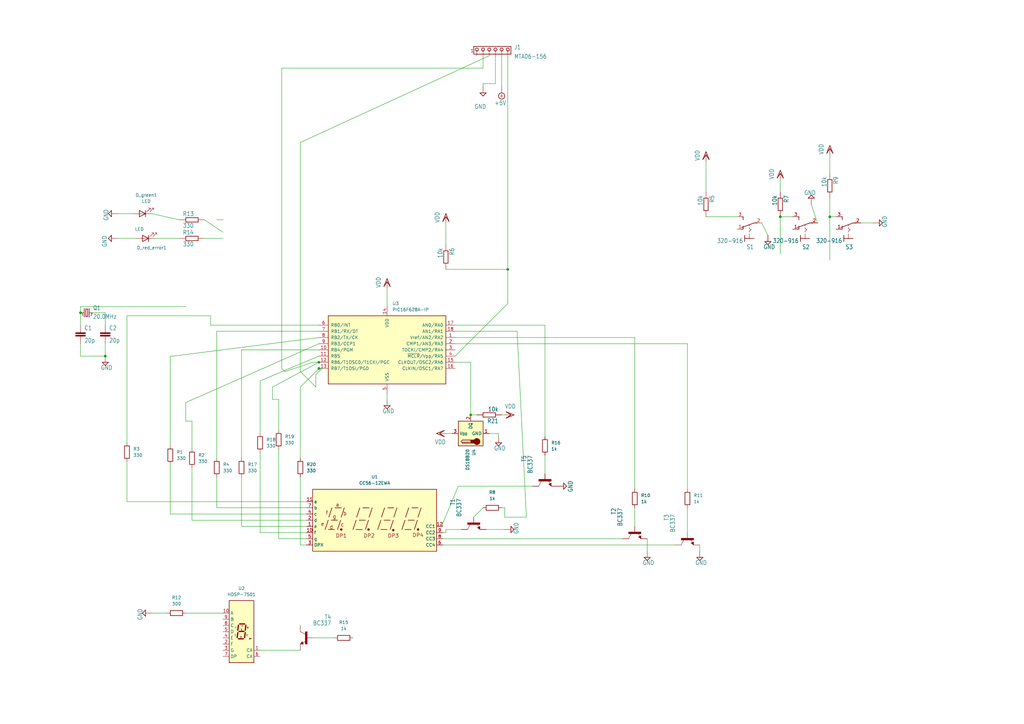
<source format=kicad_sch>
(kicad_sch (version 20250114) (generator "eeschema") (generator_version "9.0")
  (paper "A3")
  (lib_symbols
    (symbol "Device:LED" (pin_numbers (hide yes)) (pin_names (offset 1.016) (hide yes))
      (property "Reference" "D" (at 0 2.54 0))
      (property "Value" "LED" (at 0 -2.54 0))
      (symbol "LED_0_1"
        (polyline (pts (xy -3.048 -0.762) (xy -4.572 -2.286) (xy -3.81 -2.286) (xy -4.572 -2.286) (xy -4.572 -1.524)))
        (polyline (pts (xy -1.778 -0.762) (xy -3.302 -2.286) (xy -2.54 -2.286) (xy -3.302 -2.286) (xy -3.302 -1.524)))
        (polyline (pts (xy -1.27 0) (xy 1.27 0)))
        (polyline (pts (xy -1.27 -1.27) (xy -1.27 1.27)) (stroke (width 0.254)))
        (polyline (pts (xy 1.27 -1.27) (xy 1.27 1.27) (xy -1.27 0) (xy 1.27 -1.27)) (stroke (width 0.254)))
      )
      (symbol "LED_1_1"
        (pin passive line (at -3.81 0 0) (length 2.54) (name "K") (number "1"))
        (pin passive line (at 3.81 0 180) (length 2.54) (name "A") (number "2"))
      )
    )
    (symbol "Device:R" (pin_numbers (hide yes)) (pin_names (offset 0))
      (property "Reference" "R" (at 2.032 0 90))
      (property "Value" "R" (at 0 0 90))
      (symbol "R_0_1"
        (rectangle (start -1.016 -2.54) (end 1.016 2.54) (stroke (width 0.254)))
      )
      (symbol "R_1_1"
        (pin passive line (at 0 3.81 270) (length 1.27) (name "~") (number "1"))
        (pin passive line (at 0 -3.81 90) (length 1.27) (name "~") (number "2"))
      )
    )
    (symbol "Display_Character:CC56-12EWA"
      (property "Reference" "U" (at -24.13 13.97 0))
      (property "Value" "CC56-12EWA" (at 19.05 13.97 0))
      (symbol "CC56-12EWA_0_0"
        (rectangle (start -25.4 12.7) (end 25.4 -12.7) (stroke (width 0.254)) (fill (type background)))
        (polyline (pts (xy -20.32 -3.81) (xy -19.05 0)) (stroke (width 0.254)))
        (polyline (pts (xy -19.05 -3.81) (xy -16.51 -3.81)) (stroke (width 0.254)))
        (polyline (pts (xy -18.796 1.27) (xy -17.526 5.08)) (stroke (width 0.254)))
        (polyline (pts (xy -17.78 0) (xy -15.24 0)) (stroke (width 0.254)))
        (polyline (pts (xy -16.256 5.08) (xy -13.716 5.08)) (stroke (width 0.254)))
        (polyline (pts (xy -15.24 -3.81) (xy -13.97 0)) (stroke (width 0.254)))
        (polyline (pts (xy -13.716 1.27) (xy -12.446 5.08)) (stroke (width 0.254)))
        (polyline (pts (xy -8.89 -3.81) (xy -7.62 0)) (stroke (width 0.254)))
        (polyline (pts (xy -7.62 -3.81) (xy -5.08 -3.81)) (stroke (width 0.254)))
        (polyline (pts (xy -7.366 1.27) (xy -6.096 5.08)) (stroke (width 0.254)))
        (polyline (pts (xy -6.35 0) (xy -3.81 0)) (stroke (width 0.254)))
        (polyline (pts (xy -4.826 5.08) (xy -2.286 5.08)) (stroke (width 0.254)))
        (polyline (pts (xy -3.81 -3.81) (xy -2.54 0)) (stroke (width 0.254)))
        (polyline (pts (xy -2.286 1.27) (xy -1.016 5.08)) (stroke (width 0.254)))
        (polyline (pts (xy 1.27 -3.81) (xy 2.54 0)) (stroke (width 0.254)))
        (polyline (pts (xy 2.54 -3.81) (xy 5.08 -3.81)) (stroke (width 0.254)))
        (polyline (pts (xy 2.794 1.27) (xy 4.064 5.08)) (stroke (width 0.254)))
        (polyline (pts (xy 3.81 0) (xy 6.35 0)) (stroke (width 0.254)))
        (polyline (pts (xy 5.334 5.08) (xy 7.874 5.08)) (stroke (width 0.254)))
        (polyline (pts (xy 6.35 -3.81) (xy 7.62 0)) (stroke (width 0.254)))
        (polyline (pts (xy 7.874 1.27) (xy 9.144 5.08)) (stroke (width 0.254)))
        (polyline (pts (xy 11.176 -3.81) (xy 12.446 0)) (stroke (width 0.254)))
        (polyline (pts (xy 12.446 -3.81) (xy 14.986 -3.81)) (stroke (width 0.254)))
        (polyline (pts (xy 12.7 1.27) (xy 13.97 5.08)) (stroke (width 0.254)))
        (polyline (pts (xy 13.716 0) (xy 16.256 0)) (stroke (width 0.254)))
        (polyline (pts (xy 15.24 5.08) (xy 17.78 5.08)) (stroke (width 0.254)))
        (polyline (pts (xy 16.256 -3.81) (xy 17.526 0)) (stroke (width 0.254)))
        (polyline (pts (xy 17.78 1.27) (xy 19.05 5.08)) (stroke (width 0.254)))
        (text "e" (at -21.336 -1.524 0) (effects (font (size 1.524 1.524))))
        (text "f" (at -19.558 3.048 0) (effects (font (size 1.524 1.524))))
        (text "d" (at -17.78 -2.794 0) (effects (font (size 1.524 1.524))))
        (text "g" (at -16.51 1.524 0) (effects (font (size 1.524 1.524))))
        (text "a" (at -15.24 6.35 0) (effects (font (size 1.524 1.524))))
        (text "DP1" (at -13.716 -6.35 0) (effects (font (size 1.524 1.524))))
        (text "c" (at -13.208 -1.778 0) (effects (font (size 1.524 1.524))))
        (text "b" (at -12.192 2.794 0) (effects (font (size 1.524 1.524))))
        (text "DP2" (at -2.286 -6.35 0) (effects (font (size 1.524 1.524))))
        (text "DP3" (at 7.62 -6.35 0) (effects (font (size 1.524 1.524))))
        (text "DP4" (at 17.78 -6.096 0) (effects (font (size 1.524 1.524))))
      )
      (symbol "CC56-12EWA_0_1"
        (circle (center -13.716 -3.81) (radius 0.3556) (stroke (width 0.254)) (fill (type outline)))
        (circle (center -2.54 -3.81) (radius 0.3556) (stroke (width 0.254)) (fill (type outline)))
      )
      (symbol "CC56-12EWA_1_0"
        (circle (center 7.62 -4.064) (radius 0.3556) (stroke (width 0.254)) (fill (type outline)))
        (circle (center 17.78 -3.81) (radius 0.3556) (stroke (width 0.254)) (fill (type outline)))
      )
      (symbol "CC56-12EWA_1_1"
        (pin input line (at -27.94 7.62 0) (length 2.54) (name "a") (number "11"))
        (pin input line (at -27.94 5.08 0) (length 2.54) (name "b") (number "7"))
        (pin input line (at -27.94 2.54 0) (length 2.54) (name "c") (number "4"))
        (pin input line (at -27.94 0 0) (length 2.54) (name "d") (number "2"))
        (pin input line (at -27.94 -2.54 0) (length 2.54) (name "e") (number "1"))
        (pin input line (at -27.94 -5.08 0) (length 2.54) (name "f") (number "10"))
        (pin input line (at -27.94 -7.62 0) (length 2.54) (name "g") (number "5"))
        (pin input line (at -27.94 -10.16 0) (length 2.54) (name "DPX") (number "3"))
        (pin input line (at 27.94 -2.54 180) (length 2.54) (name "CC1") (number "12"))
        (pin input line (at 27.94 -5.08 180) (length 2.54) (name "CC2") (number "9"))
        (pin input line (at 27.94 -7.62 180) (length 2.54) (name "CC3") (number "8"))
        (pin input line (at 27.94 -10.16 180) (length 2.54) (name "CC4") (number "6"))
      )
    )
    (symbol "Display_Character:HDSP-7501"
      (property "Reference" "U" (at -3.81 13.97 0))
      (property "Value" "HDSP-7501" (at 6.35 13.97 0))
      (symbol "HDSP-7501_1_0"
        (text "E" (at -2.54 -1.397 0) (effects (font (size 0.508 0.508))))
        (text "F" (at -2.286 1.651 0) (effects (font (size 0.508 0.508))))
        (text "D" (at -0.254 -2.159 0) (effects (font (size 0.508 0.508))))
        (text "G" (at 0 0.889 0) (effects (font (size 0.508 0.508))))
        (text "A" (at 0.254 2.413 0) (effects (font (size 0.508 0.508))))
        (text "C" (at 2.286 -1.397 0) (effects (font (size 0.508 0.508))))
        (text "B" (at 2.54 1.651 0) (effects (font (size 0.508 0.508))))
        (text "DP" (at 3.556 -2.921 0) (effects (font (size 0.508 0.508))))
      )
      (symbol "HDSP-7501_1_1"
        (rectangle (start -5.08 12.7) (end 5.08 -12.7) (stroke (width 0.254)) (fill (type background)))
        (polyline (pts (xy -1.524 -0.381) (xy -1.778 -2.413)) (stroke (width 0.508)))
        (polyline (pts (xy -1.27 2.667) (xy -1.524 0.635)) (stroke (width 0.508)))
        (polyline (pts (xy -1.27 -2.921) (xy 0.762 -2.921)) (stroke (width 0.508)))
        (polyline (pts (xy -1.016 0.127) (xy 1.016 0.127)) (stroke (width 0.508)))
        (polyline (pts (xy -0.762 3.175) (xy 1.27 3.175)) (stroke (width 0.508)))
        (polyline (pts (xy 1.524 -0.381) (xy 1.27 -2.413)) (stroke (width 0.508)))
        (polyline (pts (xy 1.778 2.667) (xy 1.524 0.635)) (stroke (width 0.508)))
        (polyline (pts (xy 2.54 -2.921) (xy 2.54 -2.921)) (stroke (width 0.508)))
        (pin input line (at -7.62 7.62 0) (length 2.54) (name "A") (number "10"))
        (pin input line (at -7.62 5.08 0) (length 2.54) (name "B") (number "9"))
        (pin input line (at -7.62 2.54 0) (length 2.54) (name "C") (number "8"))
        (pin input line (at -7.62 0 0) (length 2.54) (name "D") (number "5"))
        (pin input line (at -7.62 -2.54 0) (length 2.54) (name "E") (number "4"))
        (pin input line (at -7.62 -5.08 0) (length 2.54) (name "F") (number "2"))
        (pin input line (at -7.62 -7.62 0) (length 2.54) (name "G") (number "3"))
        (pin input line (at -7.62 -10.16 0) (length 2.54) (name "DP") (number "7"))
        (pin input line (at 7.62 -7.62 180) (length 2.54) (name "CA") (number "1"))
        (pin input line (at 7.62 -10.16 180) (length 2.54) (name "CA") (number "6"))
      )
    )
    (symbol "MCU_Microchip_PIC16:PIC16F628A-IP" (pin_names (offset 1.016))
      (property "Reference" "U" (at -24.13 17.78 0))
      (property "Value" "PIC16F628A-IP" (at -24.13 15.24 0))
      (symbol "PIC16F628A-IP_0_1"
        (rectangle (start 24.13 13.97) (end -24.13 -13.97) (stroke (width 0.254)) (fill (type background)))
      )
      (symbol "PIC16F628A-IP_1_1"
        (pin bidirectional line (at -27.94 10.16 0) (length 3.81) (name "RB0/INT") (number "6"))
        (pin bidirectional line (at -27.94 7.62 0) (length 3.81) (name "RB1/RX/DT") (number "7"))
        (pin bidirectional line (at -27.94 5.08 0) (length 3.81) (name "RB2/TX/CK") (number "8"))
        (pin bidirectional line (at -27.94 2.54 0) (length 3.81) (name "RB3/CCP1") (number "9"))
        (pin bidirectional line (at -27.94 0 0) (length 3.81) (name "RB4/PGM") (number "10"))
        (pin bidirectional line (at -27.94 -2.54 0) (length 3.81) (name "RB5") (number "11"))
        (pin bidirectional line (at -27.94 -5.08 0) (length 3.81) (name "RB6/T1OSC0/T1CKI/PGC") (number "12"))
        (pin bidirectional line (at -27.94 -7.62 0) (length 3.81) (name "RB7/T1OSI/PGD") (number "13"))
        (pin power_in line (at 0 17.78 270) (length 3.81) (name "VDD") (number "14"))
        (pin power_in line (at 0 -17.78 90) (length 3.81) (name "VSS") (number "5"))
        (pin bidirectional line (at 27.94 10.16 180) (length 3.81) (name "AN0/RA0") (number "17"))
        (pin bidirectional line (at 27.94 7.62 180) (length 3.81) (name "AN1/RA1") (number "18"))
        (pin bidirectional line (at 27.94 5.08 180) (length 3.81) (name "Vref/AN2/RA2") (number "1"))
        (pin bidirectional line (at 27.94 2.54 180) (length 3.81) (name "CMP1/AN3/RA3") (number "2"))
        (pin bidirectional line (at 27.94 0 180) (length 3.81) (name "TOCKI/CMP2/RA4") (number "3"))
        (pin input line (at 27.94 -2.54 180) (length 3.81) (name "~{MCLR}/Vpp/RA5") (number "4"))
        (pin bidirectional line (at 27.94 -5.08 180) (length 3.81) (name "CLKOUT/OSC2/RA6") (number "15"))
        (pin bidirectional line (at 27.94 -7.62 180) (length 3.81) (name "CLKIN/OSC1/RA7") (number "16"))
      )
    )
    (symbol "Sensor_Temperature:DS18B20"
      (property "Reference" "U" (at -3.81 6.35 0))
      (property "Value" "DS18B20" (at 6.35 6.35 0))
      (symbol "DS18B20_0_1"
        (rectangle (start -5.08 5.08) (end 5.08 -5.08) (stroke (width 0.254)) (fill (type background)))
        (polyline (pts (xy -3.937 3.175) (xy -3.937 0)) (stroke (width 0.254)))
        (polyline (pts (xy -3.937 3.175) (xy -3.302 3.175)) (stroke (width 0.254)))
        (polyline (pts (xy -3.937 2.54) (xy -3.302 2.54)) (stroke (width 0.254)))
        (polyline (pts (xy -3.937 1.905) (xy -3.302 1.905)) (stroke (width 0.254)))
        (polyline (pts (xy -3.937 1.27) (xy -3.302 1.27)) (stroke (width 0.254)))
        (polyline (pts (xy -3.937 0.635) (xy -3.302 0.635)) (stroke (width 0.254)))
        (arc (start -3.937 3.175) (mid -3.302 3.8073) (end -2.667 3.175) (stroke (width 0.254)))
        (circle (center -3.302 -2.54) (radius 1.27) (stroke (width 0.254)) (fill (type outline)))
        (polyline (pts (xy -2.667 3.175) (xy -2.667 0)) (stroke (width 0.254)))
        (rectangle (start -2.667 -1.905) (end -3.937 0) (stroke (width 0.254)) (fill (type outline)))
      )
      (symbol "DS18B20_1_1"
        (pin power_in line (at 0 7.62 270) (length 2.54) (name "V_{DD}") (number "3"))
        (pin power_in line (at 0 -7.62 90) (length 2.54) (name "GND") (number "1"))
        (pin bidirectional line (at 7.62 0 180) (length 2.54) (name "DQ") (number "2"))
      )
    )
    (symbol "schemat_regulatora-eagle-import:+5V" (power)
      (property "Value" "+5V" (at -1.905 3.175 0))
      (symbol "+5V_1_0"
        (polyline (pts (xy -0.635 1.27) (xy 0.635 1.27)) (stroke (width 0.1524)))
        (circle (center 0 1.27) (radius 1.27) (stroke (width 0.254)))
        (polyline (pts (xy 0 0.635) (xy 0 1.905)) (stroke (width 0.1524)))
        (pin power_in line (at 0 -2.54 90) (length 2.54) (name "+5V") (number "1"))
      )
    )
    (symbol "schemat_regulatora-eagle-import:320-916"
      (property "Reference" "S" (at -6.35 -1.905 90))
      (property "Value" "320-916" (at -3.81 2.54 90))
      (symbol "320-916_1_0"
        (polyline (pts (xy -5.08 1.905) (xy -3.81 1.905)) (stroke (width 0.254)))
        (polyline (pts (xy -3.81 1.905) (xy -3.81 0)) (stroke (width 0.254)))
        (polyline (pts (xy -3.81 1.905) (xy -2.54 1.905)) (stroke (width 0.254)))
        (polyline (pts (xy -3.81 0) (xy -3.81 -1.905)) (stroke (width 0.254)))
        (polyline (pts (xy -3.81 0) (xy -1.905 0)) (stroke (width 0.1524)))
        (polyline (pts (xy -1.27 0) (xy -0.762 0)) (stroke (width 0.1524)))
        (polyline (pts (xy -0.762 0) (xy -0.254 -0.762)) (stroke (width 0.1524)))
        (polyline (pts (xy -0.254 -0.762) (xy 0.254 0)) (stroke (width 0.1524)))
        (polyline (pts (xy 0 2.54) (xy 0 3.175)) (stroke (width 0.254)))
        (polyline (pts (xy 0 2.54) (xy 1.27 2.54)) (stroke (width 0.254)))
        (polyline (pts (xy 0.254 0) (xy 0.635 0)) (stroke (width 0.1524)))
        (polyline (pts (xy 1.27 0) (xy 1.905 0)) (stroke (width 0.1524)))
        (polyline (pts (xy 2.54 -1.905) (xy 0.635 3.175)) (stroke (width 0.254)))
        (polyline (pts (xy 2.54 -3.175) (xy 2.54 -1.905)) (stroke (width 0.254)))
        (polyline (pts (xy 3.81 2.54) (xy 5.08 2.54)) (stroke (width 0.254)))
        (polyline (pts (xy 5.08 2.54) (xy 5.08 3.175)) (stroke (width 0.254)))
        (pin passive line (at 0 5.08 270) (length 2.54) (name "O") (number "1"))
        (pin passive line (at 2.54 -5.08 90) (length 2.54) (name "P") (number "2"))
        (pin passive line (at 5.08 5.08 270) (length 2.54) (name "S") (number "3"))
      )
    )
    (symbol "schemat_regulatora-eagle-import:BC337"
      (property "Reference" "T" (at -10.16 7.62 0))
      (property "Value" "BC337" (at -10.16 5.08 0))
      (symbol "BC337_1_0"
        (rectangle (start -0.254 -2.54) (end 0.508 2.54) (fill (type outline)))
        (polyline (pts (xy 1.27 -2.54) (xy 1.778 -1.524)) (stroke (width 0.1524)))
        (polyline (pts (xy 1.524 -2.286) (xy 1.905 -2.286)) (stroke (width 0.254)))
        (polyline (pts (xy 1.524 -2.413) (xy 2.286 -2.413)) (stroke (width 0.254)))
        (polyline (pts (xy 1.54 -2.04) (xy 0.308 -1.424)) (stroke (width 0.1524)))
        (polyline (pts (xy 1.778 -1.524) (xy 2.54 -2.54)) (stroke (width 0.1524)))
        (polyline (pts (xy 1.778 -1.778) (xy 1.524 -2.286)) (stroke (width 0.254)))
        (polyline (pts (xy 1.905 -2.286) (xy 1.778 -2.032)) (stroke (width 0.254)))
        (polyline (pts (xy 2.286 -2.413) (xy 1.778 -1.778)) (stroke (width 0.254)))
        (polyline (pts (xy 2.54 2.54) (xy 0.508 1.524)) (stroke (width 0.1524)))
        (polyline (pts (xy 2.54 -2.54) (xy 1.27 -2.54)) (stroke (width 0.1524)))
        (pin passive line (at -2.54 0 0) (length 2.54) (name "B") (number "2"))
        (pin passive line (at 2.54 5.08 270) (length 2.54) (name "C") (number "3"))
        (pin passive line (at 2.54 -5.08 90) (length 2.54) (name "E") (number "1"))
      )
    )
    (symbol "schemat_regulatora-eagle-import:C5/4.5"
      (property "Reference" "C" (at 1.524 0.381 0))
      (property "Value" "C5{slash}4.5" (at 1.524 -4.699 0))
      (symbol "C5/4.5_1_0"
        (rectangle (start -2.032 -1.016) (end 2.032 -0.508) (fill (type outline)))
        (rectangle (start -2.032 -2.032) (end 2.032 -1.524) (fill (type outline)))
        (polyline (pts (xy 0 0) (xy 0 -0.508)) (stroke (width 0.1524)))
        (polyline (pts (xy 0 -2.54) (xy 0 -2.032)) (stroke (width 0.1524)))
        (pin passive line (at 0 2.54 270) (length 2.54) (name "1") (number "1"))
        (pin passive line (at 0 -5.08 90) (length 2.54) (name "2") (number "2"))
      )
    )
    (symbol "schemat_regulatora-eagle-import:CRYSTALHC49S"
      (property "Reference" "Q" (at 2.54 1.016 0))
      (property "Value" "CRYSTALHC49S" (at 2.54 -2.54 0))
      (symbol "CRYSTALHC49S_1_0"
        (polyline (pts (xy -2.54 0) (xy -1.016 0)) (stroke (width 0.1524)))
        (polyline (pts (xy -1.016 1.778) (xy -1.016 -1.778)) (stroke (width 0.254)))
        (polyline (pts (xy -0.381 1.524) (xy -0.381 -1.524)) (stroke (width 0.254)))
        (polyline (pts (xy -0.381 -1.524) (xy 0.381 -1.524)) (stroke (width 0.254)))
        (polyline (pts (xy 0.381 1.524) (xy -0.381 1.524)) (stroke (width 0.254)))
        (polyline (pts (xy 0.381 -1.524) (xy 0.381 1.524)) (stroke (width 0.254)))
        (polyline (pts (xy 1.016 1.778) (xy 1.016 -1.778)) (stroke (width 0.254)))
        (polyline (pts (xy 1.016 0) (xy 2.54 0)) (stroke (width 0.1524)))
        (text "1" (at -2.159 -1.143 0) (effects (font (size 0.8636 0.734)) (justify left bottom)))
        (text "2" (at 1.524 -1.143 0) (effects (font (size 0.8636 0.734)) (justify left bottom)))
        (pin passive line (at -2.54 0 0) (length 0) (name "1") (number "1"))
        (pin passive line (at 2.54 0 180) (length 0) (name "2") (number "2"))
      )
    )
    (symbol "schemat_regulatora-eagle-import:GND" (power)
      (property "Value" "GND" (at -1.905 -3.175 0))
      (symbol "GND_1_0"
        (polyline (pts (xy -1.27 0) (xy 1.27 0)) (stroke (width 0.254)))
        (polyline (pts (xy 0 -1.27) (xy -1.27 0)) (stroke (width 0.254)))
        (polyline (pts (xy 1.27 0) (xy 0 -1.27)) (stroke (width 0.254)))
        (pin power_in line (at 0 2.54 270) (length 2.54) (name "GND") (number "1"))
      )
    )
    (symbol "schemat_regulatora-eagle-import:MTA06-156"
      (property "Reference" "J" (at 15.24 0 0))
      (property "Value" "MTA06-156" (at 15.24 -3.81 0))
      (symbol "MTA06-156_1_0"
        (polyline (pts (xy -1.27 1.27) (xy -1.27 -1.905)) (stroke (width 0.254)))
        (polyline (pts (xy -1.27 1.27) (xy 13.97 1.27)) (stroke (width 0.254)))
        (circle (center 0 0) (radius 0.635) (stroke (width 0.254)))
        (circle (center 2.54 0) (radius 0.635) (stroke (width 0.254)))
        (circle (center 5.08 0) (radius 0.635) (stroke (width 0.254)))
        (circle (center 7.62 0) (radius 0.635) (stroke (width 0.254)))
        (circle (center 10.16 0) (radius 0.635) (stroke (width 0.254)))
        (circle (center 12.7 0) (radius 0.635) (stroke (width 0.254)))
        (polyline (pts (xy 13.97 -1.905) (xy -1.27 -1.905)) (stroke (width 0.254)))
        (polyline (pts (xy 13.97 -1.905) (xy 13.97 1.27)) (stroke (width 0.254)))
        (text "1" (at -2.54 -1.27 0) (effects (font (size 1.27 1.0795)) (justify left bottom)))
        (pin passive line (at 0 -2.54 90) (length 2.54) (name "1") (number "1"))
        (pin passive line (at 2.54 -2.54 90) (length 2.54) (name "2") (number "2"))
        (pin passive line (at 5.08 -2.54 90) (length 2.54) (name "3") (number "3"))
        (pin passive line (at 7.62 -2.54 90) (length 2.54) (name "4") (number "4"))
        (pin passive line (at 10.16 -2.54 90) (length 2.54) (name "5") (number "5"))
        (pin passive line (at 12.7 -2.54 90) (length 2.54) (name "6") (number "6"))
      )
    )
    (symbol "schemat_regulatora-eagle-import:R-EU_0204/7"
      (property "Reference" "R" (at -3.81 1.4986 0))
      (property "Value" "R-EU_0204{slash}7" (at -3.81 -3.302 0))
      (symbol "R-EU_0204/7_1_0"
        (polyline (pts (xy -2.54 -0.889) (xy -2.54 0.889)) (stroke (width 0.254)))
        (polyline (pts (xy -2.54 -0.889) (xy 2.54 -0.889)) (stroke (width 0.254)))
        (polyline (pts (xy 2.54 0.889) (xy -2.54 0.889)) (stroke (width 0.254)))
        (polyline (pts (xy 2.54 -0.889) (xy 2.54 0.889)) (stroke (width 0.254)))
        (pin passive line (at -5.08 0 0) (length 2.54) (name "1") (number "1"))
        (pin passive line (at 5.08 0 180) (length 2.54) (name "2") (number "2"))
      )
    )
    (symbol "schemat_regulatora-eagle-import:VDD" (power)
      (property "Value" "VDD" (at -2.54 -2.54 90))
      (symbol "VDD_1_0"
        (polyline (pts (xy 0 1.27) (xy -1.27 -1.905)) (stroke (width 0.254)))
        (polyline (pts (xy 0 0) (xy -1.27 -1.905)) (stroke (width 0.254)))
        (polyline (pts (xy 1.27 -1.905) (xy 0 1.27)) (stroke (width 0.254)))
        (polyline (pts (xy 1.27 -1.905) (xy 0 0)) (stroke (width 0.254)))
        (pin power_in line (at 0 -2.54 90) (length 2.54) (name "VDD") (number "1"))
      )
    )
  )
  (junction (at 33.02 128.27))
  (junction (at 130.81 148.59))
  (junction (at 43.18 146.05))
  (junction (at 193.04 170.18))
  (junction (at 208.28 110.49))
  (junction (at 130.81 151.13))
  (junction (at 340.36 88.9))
  (junction (at 320.04 88.9))
  (wire (pts (xy 88.9 195.58) (xy 88.9 208.28)))
  (wire (pts (xy 208.28 22.86) (xy 208.28 110.49)))
  (wire (pts (xy 99.06 215.9) (xy 125.73 215.9)))
  (wire (pts (xy 205.74 22.86) (xy 205.74 35.56)))
  (wire (pts (xy 158.75 163.83) (xy 158.75 161.29)))
  (wire (pts (xy 99.06 215.9) (xy 99.06 195.58)))
  (wire (pts (xy 123.19 158.75) (xy 130.81 151.13)))
  (wire (pts (xy 129.54 153.67) (xy 132.08 151.13)))
  (wire (pts (xy 78.74 213.36) (xy 125.73 213.36)))
  (wire (pts (xy 223.52 194.31) (xy 223.52 186.69)))
  (wire (pts (xy 204.47 177.8) (xy 200.66 177.8)))
  (wire (pts (xy 123.19 158.75) (xy 123.19 187.96)))
  (wire (pts (xy 48.26 87.63) (xy 54.61 87.63)))
  (wire (pts (xy 123.19 195.58) (xy 123.19 223.52)))
  (wire (pts (xy 260.35 138.43) (xy 260.35 200.66)))
  (wire (pts (xy 62.23 251.46) (xy 68.58 251.46)))
  (wire (pts (xy 83.82 90.17) (xy 91.44 95.25)))
  (wire (pts (xy 181.61 220.98) (xy 255.27 220.98)))
  (wire (pts (xy 137.16 261.62) (xy 128.27 261.62)))
  (wire (pts (xy 332.74 83.82) (xy 335.28 91.44)))
  (wire (pts (xy 33.02 140.97) (xy 33.02 146.05)))
  (wire (pts (xy 314.96 96.52) (xy 312.42 91.44)))
  (wire (pts (xy 123.19 58.42) (xy 123.19 152.4)))
  (wire (pts (xy 78.74 191.77) (xy 78.74 213.36)))
  (wire (pts (xy 106.68 185.42) (xy 106.68 218.44)))
  (wire (pts (xy 71.12 146.05) (xy 69.85 146.05)))
  (wire (pts (xy 115.57 27.94) (xy 115.57 151.13)))
  (wire (pts (xy 111.76 158.75) (xy 130.81 148.59)))
  (wire (pts (xy 207.01 170.18) (xy 205.74 170.18)))
  (wire (pts (xy 186.69 133.35) (xy 223.52 133.35)))
  (wire (pts (xy 69.85 190.5) (xy 69.85 210.82)))
  (wire (pts (xy 198.12 27.94) (xy 198.12 22.86)))
  (wire (pts (xy 114.3 184.15) (xy 114.3 220.98)))
  (wire (pts (xy 186.69 140.97) (xy 281.94 140.97)))
  (wire (pts (xy 52.07 129.54) (xy 52.07 181.61)))
  (wire (pts (xy 115.57 27.94) (xy 198.12 27.94)))
  (wire (pts (xy 198.12 34.29) (xy 198.12 35.56)))
  (wire (pts (xy 43.18 146.05) (xy 43.18 140.97)))
  (wire (pts (xy 115.57 151.13) (xy 116.84 152.4)))
  (wire (pts (xy 193.04 148.59) (xy 193.04 170.18)))
  (wire (pts (xy 181.61 215.9) (xy 181.61 214.63)))
  (wire (pts (xy 207.01 208.28) (xy 207.01 212.09)))
  (wire (pts (xy 320.04 104.14) (xy 320.04 88.9)))
  (wire (pts (xy 33.02 133.35) (xy 33.02 128.27)))
  (wire (pts (xy 199.39 217.17) (xy 207.01 217.17)))
  (wire (pts (xy 123.19 152.4) (xy 129.54 158.75)))
  (wire (pts (xy 265.43 226.06) (xy 265.43 220.98)))
  (wire (pts (xy 130.81 151.13) (xy 132.08 151.13)))
  (wire (pts (xy 186.69 135.89) (xy 212.09 135.89)))
  (wire (pts (xy 78.74 172.72) (xy 78.74 184.15)))
  (wire (pts (xy 125.73 205.74) (xy 52.07 205.74)))
  (wire (pts (xy 88.9 208.28) (xy 125.73 208.28)))
  (wire (pts (xy 76.2 172.72) (xy 78.74 172.72)))
  (wire (pts (xy 33.02 128.27) (xy 33.02 125.73)))
  (wire (pts (xy 99.06 143.51) (xy 130.81 143.51)))
  (wire (pts (xy 73.66 97.79) (xy 63.5 97.79)))
  (wire (pts (xy 114.3 220.98) (xy 125.73 220.98)))
  (wire (pts (xy 130.81 138.43) (xy 71.12 146.05)))
  (wire (pts (xy 88.9 135.89) (xy 88.9 187.96)))
  (wire (pts (xy 203.2 22.86) (xy 203.2 34.29)))
  (wire (pts (xy 76.2 165.1) (xy 76.2 172.72)))
  (wire (pts (xy 340.36 88.9) (xy 342.9 88.9)))
  (wire (pts (xy 302.26 88.9) (xy 289.56 88.9)))
  (wire (pts (xy 208.28 110.49) (xy 208.28 124.46)))
  (wire (pts (xy 106.68 218.44) (xy 125.73 218.44)))
  (wire (pts (xy 215.9 212.09) (xy 212.09 135.89)))
  (wire (pts (xy 88.9 90.17) (xy 91.44 90.17)))
  (wire (pts (xy 38.1 128.27) (xy 43.18 128.27)))
  (wire (pts (xy 207.01 212.09) (xy 215.9 212.09)))
  (wire (pts (xy 281.94 208.28) (xy 281.94 218.44)))
  (wire (pts (xy 186.69 148.59) (xy 193.04 148.59)))
  (wire (pts (xy 181.61 218.44) (xy 182.88 218.44)))
  (wire (pts (xy 158.75 118.11) (xy 158.75 125.73)))
  (wire (pts (xy 62.23 87.63) (xy 73.66 90.17)))
  (wire (pts (xy 340.36 81.28) (xy 340.36 88.9)))
  (wire (pts (xy 182.88 91.44) (xy 182.88 100.33)))
  (wire (pts (xy 111.76 158.75) (xy 111.76 163.83)))
  (wire (pts (xy 69.85 146.05) (xy 69.85 182.88)))
  (wire (pts (xy 86.36 133.35) (xy 130.81 133.35)))
  (wire (pts (xy 287.02 226.06) (xy 287.02 223.52)))
  (wire (pts (xy 114.3 163.83) (xy 114.3 176.53)))
  (wire (pts (xy 129.54 158.75) (xy 129.54 153.67)))
  (wire (pts (xy 260.35 208.28) (xy 260.35 215.9)))
  (wire (pts (xy 86.36 129.54) (xy 52.07 129.54)))
  (wire (pts (xy 281.94 140.97) (xy 281.94 200.66)))
  (wire (pts (xy 182.88 218.44) (xy 182.88 217.17)))
  (wire (pts (xy 358.14 91.44) (xy 353.06 91.44)))
  (wire (pts (xy 195.58 170.18) (xy 193.04 170.18)))
  (wire (pts (xy 320.04 73.66) (xy 320.04 78.74)))
  (wire (pts (xy 123.19 266.7) (xy 106.68 266.7)))
  (wire (pts (xy 320.04 88.9) (xy 325.12 88.9)))
  (wire (pts (xy 182.88 177.8) (xy 185.42 177.8)))
  (wire (pts (xy 106.68 156.21) (xy 130.81 146.05)))
  (wire (pts (xy 33.02 125.73) (xy 76.2 125.73)))
  (wire (pts (xy 289.56 66.04) (xy 289.56 78.74)))
  (wire (pts (xy 187.96 199.39) (xy 218.44 199.39)))
  (wire (pts (xy 198.12 208.28) (xy 194.31 212.09)))
  (wire (pts (xy 181.61 223.52) (xy 276.86 223.52)))
  (wire (pts (xy 128.27 148.59) (xy 130.81 148.59)))
  (wire (pts (xy 198.12 34.29) (xy 203.2 34.29)))
  (wire (pts (xy 33.02 146.05) (xy 43.18 146.05)))
  (wire (pts (xy 208.28 110.49) (xy 182.88 110.49)))
  (wire (pts (xy 43.18 128.27) (xy 43.18 133.35)))
  (wire (pts (xy 340.36 106.68) (xy 340.36 88.9)))
  (wire (pts (xy 69.85 210.82) (xy 125.73 210.82)))
  (wire (pts (xy 208.28 124.46) (xy 186.69 146.05)))
  (wire (pts (xy 223.52 133.35) (xy 223.52 179.07)))
  (wire (pts (xy 86.36 133.35) (xy 86.36 129.54)))
  (wire (pts (xy 99.06 187.96) (xy 99.06 143.51)))
  (wire (pts (xy 116.84 152.4) (xy 128.27 148.59)))
  (wire (pts (xy 207.01 208.28) (xy 205.74 208.28)))
  (wire (pts (xy 52.07 205.74) (xy 52.07 189.23)))
  (wire (pts (xy 340.36 63.5) (xy 340.36 71.12)))
  (wire (pts (xy 106.68 156.21) (xy 106.68 177.8)))
  (wire (pts (xy 204.47 179.07) (xy 204.47 177.8)))
  (wire (pts (xy 130.81 140.97) (xy 76.2 165.1)))
  (wire (pts (xy 123.19 223.52) (xy 125.73 223.52)))
  (wire (pts (xy 83.82 97.79) (xy 91.44 97.79)))
  (wire (pts (xy 88.9 135.89) (xy 130.81 135.89)))
  (wire (pts (xy 111.76 163.83) (xy 114.3 163.83)))
  (wire (pts (xy 76.2 251.46) (xy 91.44 251.46)))
  (wire (pts (xy 181.61 214.63) (xy 187.96 199.39)))
  (wire (pts (xy 182.88 217.17) (xy 189.23 217.17)))
  (wire (pts (xy 48.26 97.79) (xy 55.88 97.79)))
  (wire (pts (xy 186.69 138.43) (xy 260.35 138.43)))
  (wire (pts (xy 123.19 58.42) (xy 200.66 22.86)))
  (symbol (lib_id "schemat_regulatora-eagle-import:GND") (at 158.75 166.37 0) (unit 1)
    (property "Reference" "#GND01" (effects (hide yes)))
    (property "Value" "GND" (at 156.845 169.545 0) (effects (font (size 1.778 1.5113)) (justify left bottom)))
    (property "Footprint" "schemat_regulatora:" (effects (hide yes)))
  )
  (symbol (lib_id "schemat_regulatora-eagle-import:R-EU_0204/7") (at 200.66 170.18 180) (unit 1)
    (property "Reference" "R21" (at 204.47 171.6786 0) (effects (font (size 1.778 1.5113)) (justify left bottom)))
    (property "Value" "10k" (at 204.47 166.878 0) (effects (font (size 1.778 1.5113)) (justify left bottom)))
    (property "Footprint" "schemat_regulatora:0204_7" (effects (hide yes)))
  )
  (symbol (lib_id "Display_Character:HDSP-7501") (at 99.06 259.08 0) (unit 1)
    (property "Reference" "U2" (at 99.06 241.3 0))
    (property "Value" "HDSP-7501" (at 99.06 243.84 0))
    (property "Footprint" "Display_7Segment:HDSP-A151" (effects (hide yes)))
    (property "Datasheet" "https://docs.broadcom.com/docs/AV02-2553EN" (effects (hide yes)))
  )
  (symbol (lib_id "MCU_Microchip_PIC16:PIC16F628A-IP") (at 158.75 143.51 0) (unit 1)
    (property "Reference" "U3" (at 160.8933 124.46 0) (effects (justify left)))
    (property "Value" "PIC16F628A-IP" (at 160.8933 127 0) (effects (justify left)))
    (property "Datasheet" "http://ww1.microchip.com/downloads/en/DeviceDoc/40300c.pdf" (effects (hide yes)))
    (property "Description" "2048W Flash, 224B SRAM, 128B EEPROM, DIP18" (effects (hide yes)))
  )
  (symbol (lib_id "schemat_regulatora-eagle-import:VDD") (at 289.56 63.5 0) (unit 1)
    (property "Reference" "#VDD01" (effects (hide yes)))
    (property "Value" "VDD" (at 287.02 66.04 90) (effects (font (size 1.778 1.5113)) (justify left bottom)))
    (property "Footprint" "schemat_regulatora:" (effects (hide yes)))
  )
  (symbol (lib_id "schemat_regulatora-eagle-import:R-EU_0204/7") (at 340.36 76.2 270) (unit 1)
    (property "Reference" "R9" (at 341.8586 72.39 0) (effects (font (size 1.778 1.5113)) (justify left bottom)))
    (property "Value" "10k" (at 337.058 72.39 0) (effects (font (size 1.778 1.5113)) (justify left bottom)))
    (property "Footprint" "schemat_regulatora:0204_7" (effects (hide yes)))
  )
  (symbol (lib_id "schemat_regulatora-eagle-import:GND") (at 314.96 99.06 0) (unit 1)
    (property "Reference" "#SUPPLY02" (effects (hide yes)))
    (property "Value" "GND" (at 313.055 102.235 0) (effects (font (size 1.778 1.5113)) (justify left bottom)))
    (property "Footprint" "schemat_regulatora:" (effects (hide yes)))
  )
  (symbol (lib_id "Device:LED") (at 59.69 97.79 180) (unit 1)
    (property "Reference" "D_red_error1" (at 62.23 101.6 0))
    (property "Value" "LED" (at 57.15 93.98 0))
  )
  (symbol (lib_id "schemat_regulatora-eagle-import:BC337") (at 223.52 196.85 90) (mirror x) (unit 1)
    (property "Reference" "T5" (at 215.9 186.69 0) (effects (font (size 1.778 1.5113)) (justify left bottom)))
    (property "Value" "BC337" (at 218.44 186.69 0) (effects (font (size 1.778 1.5113)) (justify left bottom)))
    (property "Footprint" "schemat_regulatora:TO92" (effects (hide yes)))
  )
  (symbol (lib_id "schemat_regulatora-eagle-import:GND") (at 204.47 181.61 0) (unit 1)
    (property "Reference" "#GND010" (effects (hide yes)))
    (property "Value" "GND" (at 202.565 184.785 0) (effects (font (size 1.778 1.5113)) (justify left bottom)))
    (property "Footprint" "schemat_regulatora:" (effects (hide yes)))
  )
  (symbol (lib_id "schemat_regulatora-eagle-import:BC337") (at 260.35 218.44 90) (mirror x) (unit 1)
    (property "Reference" "T2" (at 252.73 208.28 0) (effects (font (size 1.778 1.5113)) (justify left bottom)))
    (property "Value" "BC337" (at 255.27 208.28 0) (effects (font (size 1.778 1.5113)) (justify left bottom)))
    (property "Footprint" "schemat_regulatora:TO92" (effects (hide yes)))
  )
  (symbol (lib_id "schemat_regulatora-eagle-import:GND") (at 59.69 251.46 270) (unit 1)
    (property "Reference" "#GND06" (effects (hide yes)))
    (property "Value" "GND" (at 56.515 249.555 0) (effects (font (size 1.778 1.5113)) (justify left bottom)))
    (property "Footprint" "schemat_regulatora:" (effects (hide yes)))
  )
  (symbol (lib_id "schemat_regulatora-eagle-import:VDD") (at 320.04 71.12 0) (unit 1)
    (property "Reference" "#VDD03" (effects (hide yes)))
    (property "Value" "VDD" (at 317.5 73.66 90) (effects (font (size 1.778 1.5113)) (justify left bottom)))
    (property "Footprint" "schemat_regulatora:" (effects (hide yes)))
  )
  (symbol (lib_id "Device:R") (at 140.97 261.62 90) (unit 1)
    (property "Reference" "R15" (at 140.97 255.27 90))
    (property "Value" "1k" (at 140.97 257.81 90))
  )
  (symbol (lib_id "Device:R") (at 106.68 181.61 180) (unit 1)
    (property "Reference" "R18" (at 109.22 180.3399 0) (effects (justify right)))
    (property "Value" "330" (at 109.22 182.8799 0) (effects (justify right)))
  )
  (symbol (lib_id "schemat_regulatora-eagle-import:R-EU_0204/7") (at 78.74 90.17 0) (unit 1)
    (property "Reference" "R13" (at 74.93 88.6714 0) (effects (font (size 1.778 1.5113)) (justify left bottom)))
    (property "Value" "330" (at 74.93 93.472 0) (effects (font (size 1.778 1.5113)) (justify left bottom)))
    (property "Footprint" "schemat_regulatora:0204_7" (effects (hide yes)))
  )
  (symbol (lib_id "schemat_regulatora-eagle-import:320-916") (at 330.2 93.98 90) (unit 1)
    (property "Reference" "S2" (at 332.105 100.33 90) (effects (font (size 1.778 1.5113)) (justify left bottom)))
    (property "Value" "320-916" (at 327.66 97.79 90) (effects (font (size 1.778 1.5113)) (justify left bottom)))
    (property "Footprint" "schemat_regulatora:320-916" (effects (hide yes)))
  )
  (symbol (lib_id "Device:R") (at 52.07 185.42 180) (unit 1)
    (property "Reference" "R3" (at 54.61 184.1499 0) (effects (justify right)))
    (property "Value" "330" (at 54.61 186.6899 0) (effects (justify right)))
  )
  (symbol (lib_id "Device:R") (at 99.06 191.77 180) (unit 1)
    (property "Reference" "R17" (at 101.6 190.4999 0) (effects (justify right)))
    (property "Value" "330" (at 101.6 193.0399 0) (effects (justify right)))
  )
  (symbol (lib_id "schemat_regulatora-eagle-import:320-916") (at 307.34 93.98 90) (unit 1)
    (property "Reference" "S1" (at 309.245 100.33 90) (effects (font (size 1.778 1.5113)) (justify left bottom)))
    (property "Value" "320-916" (at 304.8 97.79 90) (effects (font (size 1.778 1.5113)) (justify left bottom)))
    (property "Footprint" "schemat_regulatora:320-916" (effects (hide yes)))
  )
  (symbol (lib_id "Device:R") (at 114.3 180.34 180) (unit 1)
    (property "Reference" "R19" (at 116.84 179.0699 0) (effects (justify right)))
    (property "Value" "330" (at 116.84 181.6099 0) (effects (justify right)))
  )
  (symbol (lib_id "Device:R") (at 78.74 187.96 180) (unit 1)
    (property "Reference" "R2" (at 81.28 186.6899 0) (effects (justify right)))
    (property "Value" "330" (at 81.28 189.2299 0) (effects (justify right)))
  )
  (symbol (lib_id "Device:R") (at 72.39 251.46 270) (unit 1)
    (property "Reference" "R12" (at 72.39 245.11 90))
    (property "Value" "300" (at 72.39 247.65 90))
  )
  (symbol (lib_id "schemat_regulatora-eagle-import:C5/4.5") (at 43.18 135.89 0) (unit 1)
    (property "Reference" "C2" (at 44.704 135.509 0) (effects (font (size 1.778 1.5113)) (justify left bottom)))
    (property "Value" "20p" (at 44.704 140.589 0) (effects (font (size 1.778 1.5113)) (justify left bottom)))
    (property "Footprint" "schemat_regulatora:C5B4.5" (effects (hide yes)))
  )
  (symbol (lib_id "Sensor_Temperature:DS18B20") (at 193.04 177.8 90) (unit 1)
    (property "Reference" "U4" (at 194.3101 184.15 0) (effects (justify right)))
    (property "Value" "DS18B20" (at 191.7701 184.15 0) (effects (justify right)))
    (property "Footprint" "Package_TO_SOT_THT:TO-92_Inline" (effects (hide yes)))
    (property "Datasheet" "http://datasheets.maximintegrated.com/en/ds/DS18B20.pdf" (effects (hide yes)))
    (property "Description" "Programmable Resolution 1-Wire Digital Thermometer TO-92" (effects (hide yes)))
  )
  (symbol (lib_id "Device:R") (at 123.19 191.77 180) (unit 1)
    (property "Reference" "R20" (at 125.73 190.4999 0) (effects (justify right)))
    (property "Value" "330" (at 125.73 193.0399 0) (effects (justify right)))
  )
  (symbol (lib_id "schemat_regulatora-eagle-import:BC337") (at 125.73 261.62 0) (mirror y) (unit 1)
    (property "Reference" "T4" (at 135.89 254 0) (effects (font (size 1.778 1.5113)) (justify left bottom)))
    (property "Value" "BC337" (at 135.89 256.54 0) (effects (font (size 1.778 1.5113)) (justify left bottom)))
    (property "Footprint" "schemat_regulatora:TO92" (effects (hide yes)))
  )
  (symbol (lib_id "Device:R") (at 88.9 191.77 180) (unit 1)
    (property "Reference" "R4" (at 91.44 190.4999 0) (effects (justify right)))
    (property "Value" "330" (at 91.44 193.0399 0) (effects (justify right)))
  )
  (symbol (lib_id "schemat_regulatora-eagle-import:GND") (at 265.43 228.6 0) (unit 1)
    (property "Reference" "#GND04" (effects (hide yes)))
    (property "Value" "GND" (at 263.525 231.775 0) (effects (font (size 1.778 1.5113)) (justify left bottom)))
    (property "Footprint" "schemat_regulatora:" (effects (hide yes)))
  )
  (symbol (lib_id "schemat_regulatora-eagle-import:GND") (at 231.14 199.39 90) (unit 1)
    (property "Reference" "#GND09" (effects (hide yes)))
    (property "Value" "GND" (at 234.95 201.93 0) (effects (font (size 1.778 1.5113)) (justify left bottom)))
    (property "Footprint" "schemat_regulatora:" (effects (hide yes)))
  )
  (symbol (lib_id "Device:LED") (at 58.42 87.63 180) (unit 1)
    (property "Reference" "D_green1" (at 60.0075 80.01 0))
    (property "Value" "LED" (at 60.0075 82.55 0))
  )
  (symbol (lib_id "Device:R") (at 201.93 208.28 90) (unit 1)
    (property "Reference" "R8" (at 201.93 201.93 90))
    (property "Value" "1k" (at 201.93 204.47 90))
  )
  (symbol (lib_id "schemat_regulatora-eagle-import:320-916") (at 347.98 93.98 90) (unit 1)
    (property "Reference" "S3" (at 349.885 100.33 90) (effects (font (size 1.778 1.5113)) (justify left bottom)))
    (property "Value" "320-916" (at 345.44 97.79 90) (effects (font (size 1.778 1.5113)) (justify left bottom)))
    (property "Footprint" "schemat_regulatora:320-916" (effects (hide yes)))
  )
  (symbol (lib_id "Device:R") (at 69.85 186.69 180) (unit 1)
    (property "Reference" "R1" (at 72.39 185.4199 0) (effects (justify right)))
    (property "Value" "330" (at 72.39 187.9599 0) (effects (justify right)))
  )
  (symbol (lib_id "schemat_regulatora-eagle-import:VDD") (at 340.36 60.96 0) (unit 1)
    (property "Reference" "#VDD05" (effects (hide yes)))
    (property "Value" "VDD" (at 337.82 63.5 90) (effects (font (size 1.778 1.5113)) (justify left bottom)))
    (property "Footprint" "schemat_regulatora:" (effects (hide yes)))
  )
  (symbol (lib_id "schemat_regulatora-eagle-import:VDD") (at 209.55 170.18 270) (unit 1)
    (property "Reference" "#VDD06" (effects (hide yes)))
    (property "Value" "VDD" (at 207.01 167.64 90) (effects (font (size 1.778 1.5113)) (justify left bottom)))
    (property "Footprint" "schemat_regulatora:" (effects (hide yes)))
  )
  (symbol (lib_id "schemat_regulatora-eagle-import:GND") (at 45.72 87.63 270) (unit 1)
    (property "Reference" "#GND07" (effects (hide yes)))
    (property "Value" "GND" (at 42.545 85.725 0) (effects (font (size 1.778 1.5113)) (justify left bottom)))
    (property "Footprint" "schemat_regulatora:" (effects (hide yes)))
  )
  (symbol (lib_id "schemat_regulatora-eagle-import:GND") (at 198.12 38.1 0) (unit 1)
    (property "Reference" "#GND03" (effects (hide yes)))
    (property "Value" "GND" (at 194.564 44.704 0) (effects (font (size 1.778 1.5113)) (justify left bottom)))
    (property "Footprint" "schemat_regulatora:" (effects (hide yes)))
  )
  (symbol (lib_id "schemat_regulatora-eagle-import:VDD") (at 180.34 177.8 90) (unit 1)
    (property "Reference" "#VDD07" (effects (hide yes)))
    (property "Value" "VDD" (at 182.88 180.34 90) (effects (font (size 1.778 1.5113)) (justify left bottom)))
    (property "Footprint" "schemat_regulatora:" (effects (hide yes)))
  )
  (symbol (lib_id "schemat_regulatora-eagle-import:R-EU_0204/7") (at 289.56 83.82 270) (unit 1)
    (property "Reference" "R5" (at 291.0586 80.01 0) (effects (font (size 1.778 1.5113)) (justify left bottom)))
    (property "Value" "10k" (at 286.258 80.01 0) (effects (font (size 1.778 1.5113)) (justify left bottom)))
    (property "Footprint" "schemat_regulatora:0204_7" (effects (hide yes)))
  )
  (symbol (lib_id "schemat_regulatora-eagle-import:GND") (at 43.18 148.59 0) (unit 1)
    (property "Reference" "#SUPPLY01" (effects (hide yes)))
    (property "Value" "GND" (at 41.275 151.765 0) (effects (font (size 1.778 1.5113)) (justify left bottom)))
    (property "Footprint" "schemat_regulatora:" (effects (hide yes)))
  )
  (symbol (lib_id "Display_Character:CC56-12EWA") (at 153.67 213.36 0) (unit 1)
    (property "Reference" "U1" (at 153.67 195.58 0))
    (property "Value" "CC56-12EWA" (at 153.67 198.12 0))
    (property "Footprint" "Display_7Segment:CA56-12EWA" (effects (hide yes)))
    (property "Datasheet" "http://www.kingbrightusa.com/images/catalog/SPEC/CA56-12EWA.pdf" (effects (hide yes)))
  )
  (symbol (lib_id "Device:R") (at 260.35 204.47 180) (unit 1)
    (property "Reference" "R10" (at 262.89 203.1999 0) (effects (justify right)))
    (property "Value" "1k" (at 262.89 205.7399 0) (effects (justify right)))
  )
  (symbol (lib_id "schemat_regulatora-eagle-import:GND") (at 287.02 228.6 0) (unit 1)
    (property "Reference" "#GND05" (effects (hide yes)))
    (property "Value" "GND" (at 285.115 231.775 0) (effects (font (size 1.778 1.5113)) (justify left bottom)))
    (property "Footprint" "schemat_regulatora:" (effects (hide yes)))
  )
  (symbol (lib_id "schemat_regulatora-eagle-import:MTA06-156") (at 195.58 20.32 0) (unit 1)
    (property "Reference" "J1" (at 210.82 20.32 0) (effects (font (size 1.778 1.5113)) (justify left bottom)))
    (property "Value" "MTA06-156" (at 210.82 24.13 0) (effects (font (size 1.778 1.5113)) (justify left bottom)))
    (property "Footprint" "schemat_regulatora:1X6MTA" (effects (hide yes)))
  )
  (symbol (lib_id "schemat_regulatora-eagle-import:VDD") (at 158.75 115.57 0) (unit 1)
    (property "Reference" "#VDD04" (effects (hide yes)))
    (property "Value" "VDD" (at 156.21 118.11 90) (effects (font (size 1.778 1.5113)) (justify left bottom)))
    (property "Footprint" "schemat_regulatora:" (effects (hide yes)))
  )
  (symbol (lib_id "schemat_regulatora-eagle-import:BC337") (at 281.94 220.98 90) (mirror x) (unit 1)
    (property "Reference" "T3" (at 274.32 210.82 0) (effects (font (size 1.778 1.5113)) (justify left bottom)))
    (property "Value" "BC337" (at 276.86 210.82 0) (effects (font (size 1.778 1.5113)) (justify left bottom)))
    (property "Footprint" "schemat_regulatora:TO92" (effects (hide yes)))
  )
  (symbol (lib_id "schemat_regulatora-eagle-import:+5V") (at 205.74 38.1 180) (unit 1)
    (property "Reference" "#SUPPLY05" (effects (hide yes)))
    (property "Value" "+5V" (at 207.645 41.275 0) (effects (font (size 1.778 1.5113)) (justify left bottom)))
    (property "Footprint" "schemat_regulatora:" (effects (hide yes)))
  )
  (symbol (lib_id "schemat_regulatora-eagle-import:R-EU_0204/7") (at 320.04 83.82 270) (unit 1)
    (property "Reference" "R7" (at 321.5386 80.01 0) (effects (font (size 1.778 1.5113)) (justify left bottom)))
    (property "Value" "10k" (at 316.738 80.01 0) (effects (font (size 1.778 1.5113)) (justify left bottom)))
    (property "Footprint" "schemat_regulatora:0204_7" (effects (hide yes)))
  )
  (symbol (lib_id "schemat_regulatora-eagle-import:R-EU_0204/7") (at 182.88 105.41 270) (unit 1)
    (property "Reference" "R6" (at 184.3786 101.6 0) (effects (font (size 1.778 1.5113)) (justify left bottom)))
    (property "Value" "10k" (at 179.578 101.6 0) (effects (font (size 1.778 1.5113)) (justify left bottom)))
    (property "Footprint" "schemat_regulatora:0204_7" (effects (hide yes)))
  )
  (symbol (lib_id "schemat_regulatora-eagle-import:GND") (at 360.68 91.44 90) (unit 1)
    (property "Reference" "#SUPPLY04" (effects (hide yes)))
    (property "Value" "GND" (at 363.855 93.345 0) (effects (font (size 1.778 1.5113)) (justify left bottom)))
    (property "Footprint" "schemat_regulatora:" (effects (hide yes)))
  )
  (symbol (lib_id "schemat_regulatora-eagle-import:BC337") (at 194.31 214.63 90) (mirror x) (unit 1)
    (property "Reference" "T1" (at 186.69 204.47 0) (effects (font (size 1.778 1.5113)) (justify left bottom)))
    (property "Value" "BC337" (at 189.23 204.47 0) (effects (font (size 1.778 1.5113)) (justify left bottom)))
    (property "Footprint" "schemat_regulatora:TO92" (effects (hide yes)))
  )
  (symbol (lib_id "schemat_regulatora-eagle-import:GND") (at 45.72 97.79 270) (unit 1)
    (property "Reference" "#GND08" (effects (hide yes)))
    (property "Value" "GND" (at 41.91 96.52 0) (effects (font (size 1.778 1.5113)) (justify left bottom)))
    (property "Footprint" "schemat_regulatora:" (effects (hide yes)))
  )
  (symbol (lib_id "schemat_regulatora-eagle-import:C5/4.5") (at 33.02 135.89 0) (unit 1)
    (property "Reference" "C1" (at 34.544 135.509 0) (effects (font (size 1.778 1.5113)) (justify left bottom)))
    (property "Value" "20p" (at 34.544 140.589 0) (effects (font (size 1.778 1.5113)) (justify left bottom)))
    (property "Footprint" "schemat_regulatora:C5B4.5" (effects (hide yes)))
  )
  (symbol (lib_id "Device:R") (at 281.94 204.47 180) (unit 1)
    (property "Reference" "R11" (at 284.48 203.1999 0) (effects (justify right)))
    (property "Value" "1k" (at 284.48 205.7399 0) (effects (justify right)))
  )
  (symbol (lib_id "schemat_regulatora-eagle-import:GND") (at 332.74 81.28 180) (unit 1)
    (property "Reference" "#SUPPLY03" (effects (hide yes)))
    (property "Value" "GND" (at 334.645 78.105 0) (effects (font (size 1.778 1.5113)) (justify left bottom)))
    (property "Footprint" "schemat_regulatora:" (effects (hide yes)))
  )
  (symbol (lib_id "Device:R") (at 223.52 182.88 180) (unit 1)
    (property "Reference" "R16" (at 226.06 181.6099 0) (effects (justify right)))
    (property "Value" "1k" (at 226.06 184.1499 0) (effects (justify right)))
  )
  (symbol (lib_id "schemat_regulatora-eagle-import:CRYSTALHC49S") (at 35.56 128.27 0) (unit 1)
    (property "Reference" "Q1" (at 38.1 127.254 0) (effects (font (size 1.778 1.5113)) (justify left bottom)))
    (property "Value" "20.0MHz" (at 38.1 130.81 0) (effects (font (size 1.778 1.5113)) (justify left bottom)))
    (property "Footprint" "schemat_regulatora:HC49_S" (effects (hide yes)))
  )
  (symbol (lib_id "schemat_regulatora-eagle-import:GND") (at 209.55 217.17 90) (unit 1)
    (property "Reference" "#GND02" (effects (hide yes)))
    (property "Value" "GND" (at 212.725 219.075 0) (effects (font (size 1.778 1.5113)) (justify left bottom)))
    (property "Footprint" "schemat_regulatora:" (effects (hide yes)))
  )
  (symbol (lib_id "schemat_regulatora-eagle-import:R-EU_0204/7") (at 78.74 97.79 0) (unit 1)
    (property "Reference" "R14" (at 74.93 96.2914 0) (effects (font (size 1.778 1.5113)) (justify left bottom)))
    (property "Value" "330" (at 74.93 101.092 0) (effects (font (size 1.778 1.5113)) (justify left bottom)))
    (property "Footprint" "schemat_regulatora:0204_7" (effects (hide yes)))
  )
  (symbol (lib_id "schemat_regulatora-eagle-import:VDD") (at 182.88 88.9 0) (unit 1)
    (property "Reference" "#VDD02" (effects (hide yes)))
    (property "Value" "VDD" (at 180.34 91.44 90) (effects (font (size 1.778 1.5113)) (justify left bottom)))
    (property "Footprint" "schemat_regulatora:" (effects (hide yes)))
  )
)
</source>
